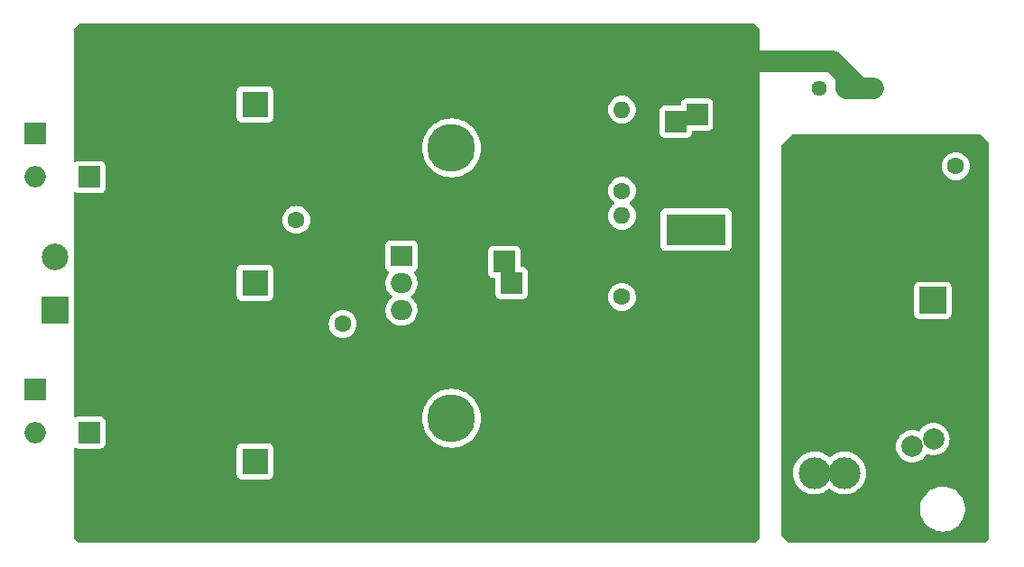
<source format=gbr>
%TF.GenerationSoftware,KiCad,Pcbnew,(6.0.0)*%
%TF.CreationDate,2022-07-31T17:47:01+01:00*%
%TF.ProjectId,M filament Heater,4d206669-6c61-46d6-956e-742048656174,rev?*%
%TF.SameCoordinates,Original*%
%TF.FileFunction,Copper,L2,Bot*%
%TF.FilePolarity,Positive*%
%FSLAX46Y46*%
G04 Gerber Fmt 4.6, Leading zero omitted, Abs format (unit mm)*
G04 Created by KiCad (PCBNEW (6.0.0)) date 2022-07-31 17:47:01*
%MOMM*%
%LPD*%
G01*
G04 APERTURE LIST*
%TA.AperFunction,ComponentPad*%
%ADD10C,1.600000*%
%TD*%
%TA.AperFunction,ComponentPad*%
%ADD11R,2.000000X2.000000*%
%TD*%
%TA.AperFunction,ComponentPad*%
%ADD12C,2.000000*%
%TD*%
%TA.AperFunction,ComponentPad*%
%ADD13R,2.400000X2.400000*%
%TD*%
%TA.AperFunction,ComponentPad*%
%ADD14C,2.400000*%
%TD*%
%TA.AperFunction,ComponentPad*%
%ADD15O,2.000000X2.000000*%
%TD*%
%TA.AperFunction,ComponentPad*%
%ADD16R,2.500000X2.500000*%
%TD*%
%TA.AperFunction,ComponentPad*%
%ADD17C,2.500000*%
%TD*%
%TA.AperFunction,ComponentPad*%
%ADD18O,1.600000X1.600000*%
%TD*%
%TA.AperFunction,ComponentPad*%
%ADD19R,2.000000X1.905000*%
%TD*%
%TA.AperFunction,ComponentPad*%
%ADD20O,2.000000X1.905000*%
%TD*%
%TA.AperFunction,ComponentPad*%
%ADD21C,4.500000*%
%TD*%
%TA.AperFunction,ComponentPad*%
%ADD22C,1.440000*%
%TD*%
%TA.AperFunction,ComponentPad*%
%ADD23R,3.000000X3.000000*%
%TD*%
%TA.AperFunction,ComponentPad*%
%ADD24C,3.000000*%
%TD*%
%TA.AperFunction,Conductor*%
%ADD25C,2.000000*%
%TD*%
G04 APERTURE END LIST*
D10*
%TO.P,C8,1*%
%TO.N,Net-(C7-Pad1)*%
X186279000Y-91519063D03*
%TO.P,C8,2*%
%TO.N,Net-(C7-Pad2)*%
X191279000Y-91519063D03*
%TD*%
D11*
%TO.P,C6,1*%
%TO.N,Net-(C6-Pad1)*%
X164994427Y-87322144D03*
X166994427Y-86650000D03*
D12*
%TO.P,C6,2*%
%TO.N,GND*%
X166994427Y-81650000D03*
X168994427Y-80977856D03*
%TD*%
D13*
%TO.P,C1,1*%
%TO.N,Net-(C1-Pad1)*%
X125511755Y-119224659D03*
D14*
%TO.P,C1,2*%
%TO.N,GND*%
X118011755Y-119224659D03*
%TD*%
D11*
%TO.P,D4,1,K*%
%TO.N,Net-(D2-Pad2)*%
X104869000Y-88460000D03*
D15*
%TO.P,D4,2,A*%
%TO.N,GND*%
X109949000Y-88460000D03*
%TD*%
D16*
%TO.P,J2,1,Pin_1*%
%TO.N,Net-(C7-Pad2)*%
X189104000Y-104119063D03*
D17*
%TO.P,J2,2,Pin_2*%
%TO.N,Net-(C7-Pad1)*%
X189104000Y-99119063D03*
%TD*%
D13*
%TO.P,C2,1*%
%TO.N,Net-(C1-Pad1)*%
X125511755Y-85704186D03*
D14*
%TO.P,C2,2*%
%TO.N,GND*%
X118011755Y-85704186D03*
%TD*%
D11*
%TO.P,D2,1,K*%
%TO.N,Net-(C1-Pad1)*%
X109949000Y-92535000D03*
D15*
%TO.P,D2,2,A*%
%TO.N,Net-(D2-Pad2)*%
X104869000Y-92535000D03*
%TD*%
D10*
%TO.P,R3,1*%
%TO.N,Net-(C6-Pad1)*%
X159949000Y-103780000D03*
D18*
%TO.P,R3,2*%
%TO.N,Net-(C5-Pad1)*%
X159949000Y-96160000D03*
%TD*%
D10*
%TO.P,R2,1*%
%TO.N,Net-(C5-Pad1)*%
X159949000Y-93810000D03*
D18*
%TO.P,R2,2*%
%TO.N,Net-(R2-Pad2)*%
X159949000Y-86190000D03*
%TD*%
D19*
%TO.P,U1,1,ADJ*%
%TO.N,Net-(C5-Pad1)*%
X139259000Y-99950000D03*
D20*
%TO.P,U1,2,VO*%
%TO.N,Net-(C6-Pad1)*%
X139259000Y-102490000D03*
%TO.P,U1,3,VI*%
%TO.N,Net-(C1-Pad1)*%
X139259000Y-105030000D03*
%TD*%
D11*
%TO.P,D3,1,K*%
%TO.N,Net-(D1-Pad2)*%
X104869000Y-112445000D03*
D15*
%TO.P,D3,2,A*%
%TO.N,GND*%
X109949000Y-112445000D03*
%TD*%
D11*
%TO.P,D1,1,K*%
%TO.N,Net-(C1-Pad1)*%
X109949000Y-116520000D03*
D15*
%TO.P,D1,2,A*%
%TO.N,Net-(D1-Pad2)*%
X104869000Y-116520000D03*
%TD*%
D21*
%TO.P,HS1,1*%
%TO.N,N/C*%
X143954000Y-89790000D03*
X143954000Y-115190000D03*
%TD*%
D22*
%TO.P,RV1,1,1*%
%TO.N,Net-(R2-Pad2)*%
X178459000Y-84167323D03*
%TO.P,RV1,2,2*%
%TO.N,GND*%
X180999000Y-84167323D03*
%TO.P,RV1,3,3*%
X183539000Y-84167323D03*
%TD*%
D13*
%TO.P,C3,1*%
%TO.N,Net-(C1-Pad1)*%
X125511755Y-102464422D03*
D14*
%TO.P,C3,2*%
%TO.N,GND*%
X118011755Y-102464422D03*
%TD*%
D23*
%TO.P,FL1,1,1*%
%TO.N,Net-(C6-Pad1)*%
X165596548Y-97467500D03*
X168228998Y-97467500D03*
D24*
%TO.P,FL1,2,2*%
%TO.N,Net-(C7-Pad1)*%
X178011548Y-97467500D03*
X180836548Y-97467500D03*
%TO.P,FL1,3,3*%
%TO.N,GND*%
X165596548Y-120327500D03*
X168228998Y-120327500D03*
%TO.P,FL1,4,4*%
%TO.N,Net-(C7-Pad2)*%
X178011548Y-120327500D03*
X180836548Y-120327500D03*
%TD*%
D11*
%TO.P,C5,1*%
%TO.N,Net-(C5-Pad1)*%
X149576323Y-102490000D03*
X148904179Y-100490000D03*
D12*
%TO.P,C5,2*%
%TO.N,GND*%
X155248467Y-104490000D03*
X154576323Y-102490000D03*
%TD*%
D10*
%TO.P,C4,1*%
%TO.N,Net-(C1-Pad1)*%
X133739000Y-106330000D03*
%TO.P,C4,2*%
%TO.N,GND*%
X133739000Y-101330000D03*
%TD*%
D11*
%TO.P,C7,1*%
%TO.N,Net-(C7-Pad1)*%
X189179000Y-112144063D03*
X191179000Y-111471919D03*
D12*
%TO.P,C7,2*%
%TO.N,Net-(C7-Pad2)*%
X187179000Y-117816207D03*
X189179000Y-117144063D03*
%TD*%
D16*
%TO.P,~  ~,1,Pin_1*%
%TO.N,Net-(D1-Pad2)*%
X106759000Y-104990000D03*
D17*
%TO.P,~  ~,2,Pin_2*%
%TO.N,Net-(D2-Pad2)*%
X106759000Y-99990000D03*
%TD*%
D10*
%TO.P,R1,1*%
%TO.N,Net-(C1-Pad1)*%
X129389000Y-96550000D03*
D18*
%TO.P,R1,2*%
%TO.N,GND*%
X137009000Y-96550000D03*
%TD*%
D25*
%TO.N,GND*%
X180999000Y-84167323D02*
X183539000Y-84167323D01*
X166994427Y-81650000D02*
X179689000Y-81650000D01*
X182206323Y-84167323D02*
X183539000Y-84167323D01*
X180999000Y-82960000D02*
X180999000Y-84167323D01*
X179689000Y-81650000D02*
X182206323Y-84167323D01*
X179689000Y-81650000D02*
X180999000Y-82960000D01*
%TD*%
%TA.AperFunction,Conductor*%
%TO.N,Net-(C7-Pad1)*%
G36*
X193611065Y-88540002D02*
G01*
X193632039Y-88556905D01*
X194350095Y-89274961D01*
X194384121Y-89337273D01*
X194387000Y-89364056D01*
X194387000Y-126429944D01*
X194366998Y-126498065D01*
X194350095Y-126519039D01*
X194019039Y-126850095D01*
X193956727Y-126884121D01*
X193929944Y-126887000D01*
X175585324Y-126887000D01*
X175517203Y-126866998D01*
X175496229Y-126850095D01*
X174957039Y-126310905D01*
X174923013Y-126248593D01*
X174920134Y-126221810D01*
X174920134Y-123840321D01*
X187940450Y-123840321D01*
X187977975Y-124125352D01*
X188053836Y-124402654D01*
X188166630Y-124667094D01*
X188314268Y-124913779D01*
X188494020Y-125138146D01*
X188702558Y-125336041D01*
X188936024Y-125503804D01*
X188939819Y-125505813D01*
X188939820Y-125505814D01*
X188961576Y-125517333D01*
X189190099Y-125638330D01*
X189460080Y-125737129D01*
X189740971Y-125798373D01*
X189769548Y-125800622D01*
X189963989Y-125815925D01*
X189963998Y-125815925D01*
X189966446Y-125816118D01*
X190121978Y-125816118D01*
X190124114Y-125815972D01*
X190124125Y-125815972D01*
X190332255Y-125801783D01*
X190332261Y-125801782D01*
X190336532Y-125801491D01*
X190340727Y-125800622D01*
X190340729Y-125800622D01*
X190477291Y-125772341D01*
X190618049Y-125743192D01*
X190889050Y-125647225D01*
X191144519Y-125515368D01*
X191148020Y-125512907D01*
X191148024Y-125512905D01*
X191262125Y-125432713D01*
X191379730Y-125350059D01*
X191590329Y-125154358D01*
X191772420Y-124931886D01*
X191922634Y-124686760D01*
X192038190Y-124423516D01*
X192116951Y-124147024D01*
X192157458Y-123862402D01*
X192157552Y-123844569D01*
X192158942Y-123579201D01*
X192158942Y-123579194D01*
X192158964Y-123574915D01*
X192121439Y-123289884D01*
X192045578Y-123012582D01*
X191932784Y-122748142D01*
X191785146Y-122501457D01*
X191605394Y-122277090D01*
X191420607Y-122101734D01*
X191399965Y-122082145D01*
X191399962Y-122082143D01*
X191396856Y-122079195D01*
X191163390Y-121911432D01*
X191141550Y-121899868D01*
X191118361Y-121887590D01*
X190909315Y-121776906D01*
X190639334Y-121678107D01*
X190358443Y-121616863D01*
X190327392Y-121614419D01*
X190135425Y-121599311D01*
X190135416Y-121599311D01*
X190132968Y-121599118D01*
X189977436Y-121599118D01*
X189975300Y-121599264D01*
X189975289Y-121599264D01*
X189767159Y-121613453D01*
X189767153Y-121613454D01*
X189762882Y-121613745D01*
X189758687Y-121614614D01*
X189758685Y-121614614D01*
X189622123Y-121642895D01*
X189481365Y-121672044D01*
X189210364Y-121768011D01*
X188954895Y-121899868D01*
X188951394Y-121902329D01*
X188951390Y-121902331D01*
X188941301Y-121909422D01*
X188719684Y-122065177D01*
X188509085Y-122260878D01*
X188326994Y-122483350D01*
X188176780Y-122728476D01*
X188061224Y-122991720D01*
X187982463Y-123268212D01*
X187941956Y-123552834D01*
X187941934Y-123557123D01*
X187941933Y-123557130D01*
X187940472Y-123836035D01*
X187940450Y-123840321D01*
X174920134Y-123840321D01*
X174920134Y-120306418D01*
X175998465Y-120306418D01*
X176014230Y-120579820D01*
X176015055Y-120584025D01*
X176015056Y-120584033D01*
X176025675Y-120638157D01*
X176066953Y-120848553D01*
X176068340Y-120852603D01*
X176068341Y-120852608D01*
X176089153Y-120913395D01*
X176155660Y-121107644D01*
X176278708Y-121352299D01*
X176281134Y-121355828D01*
X176281137Y-121355834D01*
X176431391Y-121574453D01*
X176433822Y-121577990D01*
X176436709Y-121581163D01*
X176436710Y-121581164D01*
X176470024Y-121617776D01*
X176618130Y-121780543D01*
X176828223Y-121956207D01*
X176831864Y-121958491D01*
X177056572Y-122099451D01*
X177056576Y-122099453D01*
X177060212Y-122101734D01*
X177128092Y-122132383D01*
X177305893Y-122212664D01*
X177305897Y-122212666D01*
X177309805Y-122214430D01*
X177313925Y-122215650D01*
X177313924Y-122215650D01*
X177568271Y-122290991D01*
X177568275Y-122290992D01*
X177572384Y-122292209D01*
X177576618Y-122292857D01*
X177576623Y-122292858D01*
X177838846Y-122332983D01*
X177838848Y-122332983D01*
X177843088Y-122333632D01*
X177982460Y-122335822D01*
X178112619Y-122337867D01*
X178112625Y-122337867D01*
X178116910Y-122337934D01*
X178388783Y-122305034D01*
X178653675Y-122235541D01*
X178657635Y-122233901D01*
X178657640Y-122233899D01*
X178780180Y-122183141D01*
X178906684Y-122130741D01*
X179143130Y-121992573D01*
X179246613Y-121911432D01*
X179348519Y-121831528D01*
X179414467Y-121805236D01*
X179484162Y-121818771D01*
X179507087Y-121834019D01*
X179653223Y-121956207D01*
X179656864Y-121958491D01*
X179881572Y-122099451D01*
X179881576Y-122099453D01*
X179885212Y-122101734D01*
X179953092Y-122132383D01*
X180130893Y-122212664D01*
X180130897Y-122212666D01*
X180134805Y-122214430D01*
X180138925Y-122215650D01*
X180138924Y-122215650D01*
X180393271Y-122290991D01*
X180393275Y-122290992D01*
X180397384Y-122292209D01*
X180401618Y-122292857D01*
X180401623Y-122292858D01*
X180663846Y-122332983D01*
X180663848Y-122332983D01*
X180668088Y-122333632D01*
X180807460Y-122335822D01*
X180937619Y-122337867D01*
X180937625Y-122337867D01*
X180941910Y-122337934D01*
X181213783Y-122305034D01*
X181478675Y-122235541D01*
X181482635Y-122233901D01*
X181482640Y-122233899D01*
X181605180Y-122183141D01*
X181731684Y-122130741D01*
X181968130Y-121992573D01*
X182183637Y-121823594D01*
X182201428Y-121805236D01*
X182330499Y-121672044D01*
X182374217Y-121626931D01*
X182376750Y-121623483D01*
X182376754Y-121623478D01*
X182533805Y-121409678D01*
X182536343Y-121406223D01*
X182563702Y-121355834D01*
X182664966Y-121169330D01*
X182664967Y-121169328D01*
X182667016Y-121165554D01*
X182763817Y-120909377D01*
X182824955Y-120642433D01*
X182849299Y-120369661D01*
X182849741Y-120327500D01*
X182831115Y-120054278D01*
X182775580Y-119786112D01*
X182684165Y-119527965D01*
X182558561Y-119284612D01*
X182548588Y-119270421D01*
X182403556Y-119064062D01*
X182401093Y-119060557D01*
X182249590Y-118897520D01*
X182217594Y-118863088D01*
X182217591Y-118863085D01*
X182214673Y-118859945D01*
X182211358Y-118857231D01*
X182211354Y-118857228D01*
X182020980Y-118701409D01*
X182002753Y-118686490D01*
X181780438Y-118550256D01*
X181772914Y-118545645D01*
X181772913Y-118545645D01*
X181769252Y-118543401D01*
X181758429Y-118538650D01*
X181522421Y-118435049D01*
X181522417Y-118435048D01*
X181518493Y-118433325D01*
X181255114Y-118358300D01*
X181250872Y-118357696D01*
X181250866Y-118357695D01*
X181050382Y-118329162D01*
X180983991Y-118319713D01*
X180840137Y-118318960D01*
X180714425Y-118318302D01*
X180714419Y-118318302D01*
X180710139Y-118318280D01*
X180705895Y-118318839D01*
X180705891Y-118318839D01*
X180586850Y-118334511D01*
X180438626Y-118354025D01*
X180434486Y-118355158D01*
X180434484Y-118355158D01*
X180386668Y-118368239D01*
X180174476Y-118426288D01*
X180170528Y-118427972D01*
X179926530Y-118532046D01*
X179926526Y-118532048D01*
X179922578Y-118533732D01*
X179843141Y-118581274D01*
X179691273Y-118672164D01*
X179691269Y-118672167D01*
X179687591Y-118674368D01*
X179643883Y-118709385D01*
X179502088Y-118822984D01*
X179436418Y-118849966D01*
X179366586Y-118837161D01*
X179343504Y-118822156D01*
X179282983Y-118772620D01*
X179181071Y-118689205D01*
X179181064Y-118689200D01*
X179177753Y-118686490D01*
X178955438Y-118550256D01*
X178947914Y-118545645D01*
X178947913Y-118545645D01*
X178944252Y-118543401D01*
X178933429Y-118538650D01*
X178697421Y-118435049D01*
X178697417Y-118435048D01*
X178693493Y-118433325D01*
X178430114Y-118358300D01*
X178425872Y-118357696D01*
X178425866Y-118357695D01*
X178225382Y-118329162D01*
X178158991Y-118319713D01*
X178015137Y-118318960D01*
X177889425Y-118318302D01*
X177889419Y-118318302D01*
X177885139Y-118318280D01*
X177880895Y-118318839D01*
X177880891Y-118318839D01*
X177761850Y-118334511D01*
X177613626Y-118354025D01*
X177609486Y-118355158D01*
X177609484Y-118355158D01*
X177561668Y-118368239D01*
X177349476Y-118426288D01*
X177345528Y-118427972D01*
X177101530Y-118532046D01*
X177101526Y-118532048D01*
X177097578Y-118533732D01*
X177018141Y-118581274D01*
X176866273Y-118672164D01*
X176866269Y-118672167D01*
X176862591Y-118674368D01*
X176648866Y-118845594D01*
X176460356Y-119044242D01*
X176300550Y-119266636D01*
X176172405Y-119508661D01*
X176170933Y-119512684D01*
X176170931Y-119512688D01*
X176163862Y-119532006D01*
X176078291Y-119765837D01*
X176019952Y-120033407D01*
X175998465Y-120306418D01*
X174920134Y-120306418D01*
X174920134Y-117816207D01*
X185665835Y-117816207D01*
X185684465Y-118052918D01*
X185739895Y-118283801D01*
X185741788Y-118288372D01*
X185741789Y-118288374D01*
X185827044Y-118494198D01*
X185830760Y-118503170D01*
X185833346Y-118507390D01*
X185952241Y-118701409D01*
X185952245Y-118701415D01*
X185954824Y-118705623D01*
X186109031Y-118886176D01*
X186289584Y-119040383D01*
X186293792Y-119042962D01*
X186293798Y-119042966D01*
X186328224Y-119064062D01*
X186492037Y-119164447D01*
X186496607Y-119166340D01*
X186496611Y-119166342D01*
X186706833Y-119253418D01*
X186711406Y-119255312D01*
X186758574Y-119266636D01*
X186937476Y-119309587D01*
X186937482Y-119309588D01*
X186942289Y-119310742D01*
X187179000Y-119329372D01*
X187415711Y-119310742D01*
X187420518Y-119309588D01*
X187420524Y-119309587D01*
X187599426Y-119266636D01*
X187646594Y-119255312D01*
X187651167Y-119253418D01*
X187861389Y-119166342D01*
X187861393Y-119166340D01*
X187865963Y-119164447D01*
X188029776Y-119064062D01*
X188064202Y-119042966D01*
X188064208Y-119042962D01*
X188068416Y-119040383D01*
X188248969Y-118886176D01*
X188403176Y-118705623D01*
X188432833Y-118657228D01*
X188469197Y-118597888D01*
X188521845Y-118550256D01*
X188591886Y-118538650D01*
X188624847Y-118547314D01*
X188711406Y-118583168D01*
X188791609Y-118602423D01*
X188937476Y-118637443D01*
X188937482Y-118637444D01*
X188942289Y-118638598D01*
X189179000Y-118657228D01*
X189415711Y-118638598D01*
X189420518Y-118637444D01*
X189420524Y-118637443D01*
X189566391Y-118602423D01*
X189646594Y-118583168D01*
X189651167Y-118581274D01*
X189861389Y-118494198D01*
X189861393Y-118494196D01*
X189865963Y-118492303D01*
X189962206Y-118433325D01*
X190064202Y-118370822D01*
X190064208Y-118370818D01*
X190068416Y-118368239D01*
X190248969Y-118214032D01*
X190403176Y-118033479D01*
X190405755Y-118029271D01*
X190405759Y-118029265D01*
X190524654Y-117835246D01*
X190527240Y-117831026D01*
X190531337Y-117821137D01*
X190616211Y-117616230D01*
X190616212Y-117616228D01*
X190618105Y-117611657D01*
X190673535Y-117380774D01*
X190692165Y-117144063D01*
X190673535Y-116907352D01*
X190618105Y-116676469D01*
X190582060Y-116589448D01*
X190529135Y-116461674D01*
X190529133Y-116461670D01*
X190527240Y-116457100D01*
X190505498Y-116421620D01*
X190405759Y-116258861D01*
X190405755Y-116258855D01*
X190403176Y-116254647D01*
X190248969Y-116074094D01*
X190068416Y-115919887D01*
X190064208Y-115917308D01*
X190064202Y-115917304D01*
X189870183Y-115798409D01*
X189865963Y-115795823D01*
X189861393Y-115793930D01*
X189861389Y-115793928D01*
X189651167Y-115706852D01*
X189651165Y-115706851D01*
X189646594Y-115704958D01*
X189566391Y-115685703D01*
X189420524Y-115650683D01*
X189420518Y-115650682D01*
X189415711Y-115649528D01*
X189179000Y-115630898D01*
X188942289Y-115649528D01*
X188937482Y-115650682D01*
X188937476Y-115650683D01*
X188791609Y-115685703D01*
X188711406Y-115704958D01*
X188706835Y-115706851D01*
X188706833Y-115706852D01*
X188496611Y-115793928D01*
X188496607Y-115793930D01*
X188492037Y-115795823D01*
X188487817Y-115798409D01*
X188293798Y-115917304D01*
X188293792Y-115917308D01*
X188289584Y-115919887D01*
X188109031Y-116074094D01*
X187954824Y-116254647D01*
X187952237Y-116258869D01*
X187888803Y-116362382D01*
X187836155Y-116410014D01*
X187766114Y-116421620D01*
X187733153Y-116412956D01*
X187651167Y-116378996D01*
X187651165Y-116378995D01*
X187646594Y-116377102D01*
X187566391Y-116357847D01*
X187420524Y-116322827D01*
X187420518Y-116322826D01*
X187415711Y-116321672D01*
X187179000Y-116303042D01*
X186942289Y-116321672D01*
X186937482Y-116322826D01*
X186937476Y-116322827D01*
X186791609Y-116357847D01*
X186711406Y-116377102D01*
X186706835Y-116378995D01*
X186706833Y-116378996D01*
X186496611Y-116466072D01*
X186496607Y-116466074D01*
X186492037Y-116467967D01*
X186487817Y-116470553D01*
X186293798Y-116589448D01*
X186293792Y-116589452D01*
X186289584Y-116592031D01*
X186109031Y-116746238D01*
X185954824Y-116926791D01*
X185952245Y-116930999D01*
X185952241Y-116931005D01*
X185833346Y-117125024D01*
X185830760Y-117129244D01*
X185828867Y-117133814D01*
X185828865Y-117133818D01*
X185741789Y-117344040D01*
X185739895Y-117348613D01*
X185684465Y-117579496D01*
X185665835Y-117816207D01*
X174920134Y-117816207D01*
X174920134Y-105417197D01*
X187345500Y-105417197D01*
X187352255Y-105479379D01*
X187403385Y-105615768D01*
X187490739Y-105732324D01*
X187607295Y-105819678D01*
X187743684Y-105870808D01*
X187805866Y-105877563D01*
X190402134Y-105877563D01*
X190464316Y-105870808D01*
X190600705Y-105819678D01*
X190717261Y-105732324D01*
X190804615Y-105615768D01*
X190855745Y-105479379D01*
X190862500Y-105417197D01*
X190862500Y-102820929D01*
X190855745Y-102758747D01*
X190804615Y-102622358D01*
X190717261Y-102505802D01*
X190600705Y-102418448D01*
X190464316Y-102367318D01*
X190402134Y-102360563D01*
X187805866Y-102360563D01*
X187743684Y-102367318D01*
X187607295Y-102418448D01*
X187490739Y-102505802D01*
X187403385Y-102622358D01*
X187352255Y-102758747D01*
X187345500Y-102820929D01*
X187345500Y-105417197D01*
X174920134Y-105417197D01*
X174920134Y-91519063D01*
X189965502Y-91519063D01*
X189985457Y-91747150D01*
X190044716Y-91968306D01*
X190047039Y-91973287D01*
X190047039Y-91973288D01*
X190139151Y-92170825D01*
X190139154Y-92170830D01*
X190141477Y-92175812D01*
X190272802Y-92363363D01*
X190434700Y-92525261D01*
X190439208Y-92528418D01*
X190439211Y-92528420D01*
X190517389Y-92583161D01*
X190622251Y-92656586D01*
X190627233Y-92658909D01*
X190627238Y-92658912D01*
X190824775Y-92751024D01*
X190829757Y-92753347D01*
X190835065Y-92754769D01*
X190835067Y-92754770D01*
X191045598Y-92811182D01*
X191045600Y-92811182D01*
X191050913Y-92812606D01*
X191279000Y-92832561D01*
X191507087Y-92812606D01*
X191512400Y-92811182D01*
X191512402Y-92811182D01*
X191722933Y-92754770D01*
X191722935Y-92754769D01*
X191728243Y-92753347D01*
X191733225Y-92751024D01*
X191930762Y-92658912D01*
X191930767Y-92658909D01*
X191935749Y-92656586D01*
X192040611Y-92583161D01*
X192118789Y-92528420D01*
X192118792Y-92528418D01*
X192123300Y-92525261D01*
X192285198Y-92363363D01*
X192416523Y-92175812D01*
X192418846Y-92170830D01*
X192418849Y-92170825D01*
X192510961Y-91973288D01*
X192510961Y-91973287D01*
X192513284Y-91968306D01*
X192572543Y-91747150D01*
X192592498Y-91519063D01*
X192572543Y-91290976D01*
X192513284Y-91069820D01*
X192510961Y-91064838D01*
X192418849Y-90867301D01*
X192418846Y-90867296D01*
X192416523Y-90862314D01*
X192285198Y-90674763D01*
X192123300Y-90512865D01*
X192118792Y-90509708D01*
X192118789Y-90509706D01*
X192040611Y-90454965D01*
X191935749Y-90381540D01*
X191930767Y-90379217D01*
X191930762Y-90379214D01*
X191733225Y-90287102D01*
X191733224Y-90287102D01*
X191728243Y-90284779D01*
X191722935Y-90283357D01*
X191722933Y-90283356D01*
X191512402Y-90226944D01*
X191512400Y-90226944D01*
X191507087Y-90225520D01*
X191279000Y-90205565D01*
X191050913Y-90225520D01*
X191045600Y-90226944D01*
X191045598Y-90226944D01*
X190835067Y-90283356D01*
X190835065Y-90283357D01*
X190829757Y-90284779D01*
X190824776Y-90287102D01*
X190824775Y-90287102D01*
X190627238Y-90379214D01*
X190627233Y-90379217D01*
X190622251Y-90381540D01*
X190517389Y-90454965D01*
X190439211Y-90509706D01*
X190439208Y-90509708D01*
X190434700Y-90512865D01*
X190272802Y-90674763D01*
X190141477Y-90862314D01*
X190139154Y-90867296D01*
X190139151Y-90867301D01*
X190047039Y-91064838D01*
X190044716Y-91069820D01*
X189985457Y-91290976D01*
X189965502Y-91519063D01*
X174920134Y-91519063D01*
X174920134Y-89572190D01*
X174940136Y-89504069D01*
X174957039Y-89483095D01*
X175883229Y-88556905D01*
X175945541Y-88522879D01*
X175972324Y-88520000D01*
X193542944Y-88520000D01*
X193611065Y-88540002D01*
G37*
%TD.AperFunction*%
%TD*%
%TA.AperFunction,Conductor*%
%TO.N,GND*%
G36*
X172417931Y-78148002D02*
G01*
X172438905Y-78164905D01*
X172857095Y-78583095D01*
X172891121Y-78645407D01*
X172894000Y-78672190D01*
X172894000Y-126342810D01*
X172873998Y-126410931D01*
X172857095Y-126431905D01*
X172438905Y-126850095D01*
X172376593Y-126884121D01*
X172349810Y-126887000D01*
X109028190Y-126887000D01*
X108960069Y-126866998D01*
X108939095Y-126850095D01*
X108520905Y-126431905D01*
X108486879Y-126369593D01*
X108484000Y-126342810D01*
X108484000Y-120472793D01*
X123803255Y-120472793D01*
X123810010Y-120534975D01*
X123861140Y-120671364D01*
X123948494Y-120787920D01*
X124065050Y-120875274D01*
X124201439Y-120926404D01*
X124263621Y-120933159D01*
X126759889Y-120933159D01*
X126822071Y-120926404D01*
X126958460Y-120875274D01*
X127075016Y-120787920D01*
X127162370Y-120671364D01*
X127213500Y-120534975D01*
X127220255Y-120472793D01*
X127220255Y-117976525D01*
X127213500Y-117914343D01*
X127162370Y-117777954D01*
X127075016Y-117661398D01*
X126958460Y-117574044D01*
X126822071Y-117522914D01*
X126759889Y-117516159D01*
X124263621Y-117516159D01*
X124201439Y-117522914D01*
X124065050Y-117574044D01*
X123948494Y-117661398D01*
X123861140Y-117777954D01*
X123810010Y-117914343D01*
X123803255Y-117976525D01*
X123803255Y-120472793D01*
X108484000Y-120472793D01*
X108484000Y-118058903D01*
X108504002Y-117990782D01*
X108557658Y-117944289D01*
X108627932Y-117934185D01*
X108685563Y-117958076D01*
X108695105Y-117965227D01*
X108695108Y-117965229D01*
X108702295Y-117970615D01*
X108838684Y-118021745D01*
X108900866Y-118028500D01*
X110997134Y-118028500D01*
X111059316Y-118021745D01*
X111195705Y-117970615D01*
X111312261Y-117883261D01*
X111399615Y-117766705D01*
X111450745Y-117630316D01*
X111457500Y-117568134D01*
X111457500Y-115471866D01*
X111450745Y-115409684D01*
X111399615Y-115273295D01*
X111315500Y-115161061D01*
X141190610Y-115161061D01*
X141207147Y-115493255D01*
X141207788Y-115496986D01*
X141207789Y-115496994D01*
X141222586Y-115583103D01*
X141263474Y-115821057D01*
X141358774Y-116139718D01*
X141360287Y-116143189D01*
X141360289Y-116143195D01*
X141451458Y-116352370D01*
X141491666Y-116444622D01*
X141660226Y-116731352D01*
X141662527Y-116734367D01*
X141859712Y-116992742D01*
X141859717Y-116992748D01*
X141862012Y-116995755D01*
X142094102Y-117234002D01*
X142353132Y-117442640D01*
X142635352Y-117618648D01*
X142936672Y-117759476D01*
X143252729Y-117863085D01*
X143578944Y-117927973D01*
X143582716Y-117928260D01*
X143582724Y-117928261D01*
X143906815Y-117952914D01*
X143906820Y-117952914D01*
X143910592Y-117953201D01*
X144242869Y-117938403D01*
X144268211Y-117934185D01*
X144567220Y-117884417D01*
X144567225Y-117884416D01*
X144570961Y-117883794D01*
X144890116Y-117790164D01*
X144893583Y-117788674D01*
X144893587Y-117788673D01*
X145192228Y-117660366D01*
X145192230Y-117660365D01*
X145195712Y-117658869D01*
X145483321Y-117491813D01*
X145486343Y-117489532D01*
X145486347Y-117489529D01*
X145745753Y-117293697D01*
X145745754Y-117293696D01*
X145748777Y-117291414D01*
X145988235Y-117060575D01*
X146198227Y-116802641D01*
X146375710Y-116521347D01*
X146518114Y-116220767D01*
X146623377Y-115905257D01*
X146689972Y-115579386D01*
X146716936Y-115247875D01*
X146717542Y-115190000D01*
X146715970Y-115163919D01*
X146697755Y-114861772D01*
X146697754Y-114861765D01*
X146697527Y-114857997D01*
X146637770Y-114530803D01*
X146539139Y-114213157D01*
X146403061Y-113909662D01*
X146318108Y-113768555D01*
X146233466Y-113627966D01*
X146233462Y-113627960D01*
X146231507Y-113624713D01*
X146229180Y-113621729D01*
X146229175Y-113621722D01*
X146029294Y-113365425D01*
X146029288Y-113365418D01*
X146026963Y-113362437D01*
X145792392Y-113126634D01*
X145531191Y-112920720D01*
X145247144Y-112747677D01*
X145126046Y-112692617D01*
X144947817Y-112611580D01*
X144947809Y-112611577D01*
X144944365Y-112610011D01*
X144627240Y-112509718D01*
X144404896Y-112467906D01*
X144304087Y-112448949D01*
X144304085Y-112448949D01*
X144300364Y-112448249D01*
X143968470Y-112426496D01*
X143964690Y-112426704D01*
X143964689Y-112426704D01*
X143866918Y-112432085D01*
X143636366Y-112444773D01*
X143632639Y-112445434D01*
X143632635Y-112445434D01*
X143373510Y-112491358D01*
X143308864Y-112502815D01*
X143305239Y-112503920D01*
X143305234Y-112503921D01*
X143097683Y-112567178D01*
X142990707Y-112599782D01*
X142987243Y-112601313D01*
X142987236Y-112601316D01*
X142800051Y-112684070D01*
X142686503Y-112734269D01*
X142683249Y-112736205D01*
X142683243Y-112736208D01*
X142403918Y-112902389D01*
X142400659Y-112904328D01*
X142137316Y-113107496D01*
X141900288Y-113340829D01*
X141693009Y-113600949D01*
X141518481Y-113884086D01*
X141379232Y-114186140D01*
X141378073Y-114189740D01*
X141378070Y-114189747D01*
X141369368Y-114216771D01*
X141277280Y-114502735D01*
X141214100Y-114829285D01*
X141213833Y-114833061D01*
X141213832Y-114833066D01*
X141194454Y-115106771D01*
X141190610Y-115161061D01*
X111315500Y-115161061D01*
X111312261Y-115156739D01*
X111195705Y-115069385D01*
X111059316Y-115018255D01*
X110997134Y-115011500D01*
X108900866Y-115011500D01*
X108838684Y-115018255D01*
X108702295Y-115069385D01*
X108695108Y-115074771D01*
X108695105Y-115074773D01*
X108685563Y-115081924D01*
X108619056Y-115106771D01*
X108549674Y-115091717D01*
X108499445Y-115041542D01*
X108484000Y-114981097D01*
X108484000Y-106444500D01*
X108492018Y-106400270D01*
X108507971Y-106357715D01*
X108510745Y-106350316D01*
X108512952Y-106330000D01*
X132425502Y-106330000D01*
X132445457Y-106558087D01*
X132504716Y-106779243D01*
X132507039Y-106784224D01*
X132507039Y-106784225D01*
X132599151Y-106981762D01*
X132599154Y-106981767D01*
X132601477Y-106986749D01*
X132732802Y-107174300D01*
X132894700Y-107336198D01*
X132899208Y-107339355D01*
X132899211Y-107339357D01*
X132977389Y-107394098D01*
X133082251Y-107467523D01*
X133087233Y-107469846D01*
X133087238Y-107469849D01*
X133284775Y-107561961D01*
X133289757Y-107564284D01*
X133295065Y-107565706D01*
X133295067Y-107565707D01*
X133505598Y-107622119D01*
X133505600Y-107622119D01*
X133510913Y-107623543D01*
X133739000Y-107643498D01*
X133967087Y-107623543D01*
X133972400Y-107622119D01*
X133972402Y-107622119D01*
X134182933Y-107565707D01*
X134182935Y-107565706D01*
X134188243Y-107564284D01*
X134193225Y-107561961D01*
X134390762Y-107469849D01*
X134390767Y-107469846D01*
X134395749Y-107467523D01*
X134500611Y-107394098D01*
X134578789Y-107339357D01*
X134578792Y-107339355D01*
X134583300Y-107336198D01*
X134745198Y-107174300D01*
X134876523Y-106986749D01*
X134878846Y-106981767D01*
X134878849Y-106981762D01*
X134970961Y-106784225D01*
X134970961Y-106784224D01*
X134973284Y-106779243D01*
X135032543Y-106558087D01*
X135052498Y-106330000D01*
X135032543Y-106101913D01*
X135013224Y-106029814D01*
X134974707Y-105886067D01*
X134974706Y-105886065D01*
X134973284Y-105880757D01*
X134942781Y-105815342D01*
X134878849Y-105678238D01*
X134878846Y-105678233D01*
X134876523Y-105673251D01*
X134745198Y-105485700D01*
X134583300Y-105323802D01*
X134578792Y-105320645D01*
X134578789Y-105320643D01*
X134500611Y-105265902D01*
X134395749Y-105192477D01*
X134390767Y-105190154D01*
X134390762Y-105190151D01*
X134266619Y-105132263D01*
X137749064Y-105132263D01*
X137785404Y-105369744D01*
X137822030Y-105481803D01*
X137858434Y-105593183D01*
X137858437Y-105593189D01*
X137860042Y-105598101D01*
X137970975Y-105811200D01*
X138115223Y-106003320D01*
X138288912Y-106169301D01*
X138293184Y-106172215D01*
X138468094Y-106291531D01*
X138487378Y-106304686D01*
X138492061Y-106306860D01*
X138492065Y-106306862D01*
X138700595Y-106403658D01*
X138700599Y-106403659D01*
X138705290Y-106405837D01*
X138936798Y-106470040D01*
X138941935Y-106470589D01*
X139129593Y-106490644D01*
X139129601Y-106490644D01*
X139132928Y-106491000D01*
X139367402Y-106491000D01*
X139369975Y-106490788D01*
X139369986Y-106490788D01*
X139470946Y-106482487D01*
X139545937Y-106476322D01*
X139778944Y-106417794D01*
X139917117Y-106357715D01*
X139994526Y-106324057D01*
X139994529Y-106324055D01*
X139999263Y-106321997D01*
X140200977Y-106191502D01*
X140378670Y-106029814D01*
X140439347Y-105952983D01*
X140524367Y-105845330D01*
X140524370Y-105845325D01*
X140527568Y-105841276D01*
X140541885Y-105815342D01*
X140641177Y-105635474D01*
X140641179Y-105635470D01*
X140643674Y-105630950D01*
X140723870Y-105404485D01*
X140729183Y-105374659D01*
X140765095Y-105173052D01*
X140765096Y-105173046D01*
X140766001Y-105167963D01*
X140767846Y-105016981D01*
X140768873Y-104932907D01*
X140768873Y-104932905D01*
X140768936Y-104927737D01*
X140732596Y-104690256D01*
X140695906Y-104578003D01*
X140659566Y-104466817D01*
X140659563Y-104466811D01*
X140657958Y-104461899D01*
X140647213Y-104441257D01*
X140549416Y-104253393D01*
X140547025Y-104248800D01*
X140482900Y-104163393D01*
X140405882Y-104060815D01*
X140405880Y-104060812D01*
X140402777Y-104056680D01*
X140329433Y-103986591D01*
X140232825Y-103894270D01*
X140232824Y-103894269D01*
X140229088Y-103890699D01*
X140192097Y-103865465D01*
X140147096Y-103810556D01*
X140138925Y-103740032D01*
X140170179Y-103676284D01*
X140194660Y-103655589D01*
X140196635Y-103654311D01*
X140200977Y-103651502D01*
X140378670Y-103489814D01*
X140500092Y-103336067D01*
X140524367Y-103305330D01*
X140524370Y-103305325D01*
X140527568Y-103301276D01*
X140534133Y-103289385D01*
X140641177Y-103095474D01*
X140641179Y-103095470D01*
X140643674Y-103090950D01*
X140698652Y-102935700D01*
X140722144Y-102869360D01*
X140722145Y-102869356D01*
X140723870Y-102864485D01*
X140729183Y-102834659D01*
X140765095Y-102633052D01*
X140765096Y-102633046D01*
X140766001Y-102627963D01*
X140767068Y-102540600D01*
X140768873Y-102392907D01*
X140768873Y-102392905D01*
X140768936Y-102387737D01*
X140732596Y-102150256D01*
X140695906Y-102038003D01*
X140659566Y-101926817D01*
X140659563Y-101926811D01*
X140657958Y-101921899D01*
X140625029Y-101858642D01*
X140549416Y-101713393D01*
X140547025Y-101708800D01*
X140430585Y-101553717D01*
X140424747Y-101538134D01*
X147395679Y-101538134D01*
X147402434Y-101600316D01*
X147453564Y-101736705D01*
X147540918Y-101853261D01*
X147657474Y-101940615D01*
X147793863Y-101991745D01*
X147856045Y-101998500D01*
X147941823Y-101998500D01*
X148009944Y-102018502D01*
X148056437Y-102072158D01*
X148067823Y-102124500D01*
X148067823Y-103538134D01*
X148074578Y-103600316D01*
X148125708Y-103736705D01*
X148213062Y-103853261D01*
X148329618Y-103940615D01*
X148466007Y-103991745D01*
X148528189Y-103998500D01*
X150624457Y-103998500D01*
X150686639Y-103991745D01*
X150823028Y-103940615D01*
X150939584Y-103853261D01*
X150994490Y-103780000D01*
X158635502Y-103780000D01*
X158655457Y-104008087D01*
X158656881Y-104013400D01*
X158656881Y-104013402D01*
X158669586Y-104060815D01*
X158714716Y-104229243D01*
X158717039Y-104234224D01*
X158717039Y-104234225D01*
X158809151Y-104431762D01*
X158809154Y-104431767D01*
X158811477Y-104436749D01*
X158942802Y-104624300D01*
X159104700Y-104786198D01*
X159109208Y-104789355D01*
X159109211Y-104789357D01*
X159187389Y-104844098D01*
X159292251Y-104917523D01*
X159297233Y-104919846D01*
X159297238Y-104919849D01*
X159494775Y-105011961D01*
X159499757Y-105014284D01*
X159505065Y-105015706D01*
X159505067Y-105015707D01*
X159715598Y-105072119D01*
X159715600Y-105072119D01*
X159720913Y-105073543D01*
X159949000Y-105093498D01*
X160177087Y-105073543D01*
X160182400Y-105072119D01*
X160182402Y-105072119D01*
X160392933Y-105015707D01*
X160392935Y-105015706D01*
X160398243Y-105014284D01*
X160403225Y-105011961D01*
X160600762Y-104919849D01*
X160600767Y-104919846D01*
X160605749Y-104917523D01*
X160710611Y-104844098D01*
X160788789Y-104789357D01*
X160788792Y-104789355D01*
X160793300Y-104786198D01*
X160955198Y-104624300D01*
X161086523Y-104436749D01*
X161088846Y-104431767D01*
X161088849Y-104431762D01*
X161180961Y-104234225D01*
X161180961Y-104234224D01*
X161183284Y-104229243D01*
X161228415Y-104060815D01*
X161241119Y-104013402D01*
X161241119Y-104013400D01*
X161242543Y-104008087D01*
X161262498Y-103780000D01*
X161242543Y-103551913D01*
X161219762Y-103466892D01*
X161184707Y-103336067D01*
X161184706Y-103336065D01*
X161183284Y-103330757D01*
X161157444Y-103275342D01*
X161088849Y-103128238D01*
X161088846Y-103128233D01*
X161086523Y-103123251D01*
X160955198Y-102935700D01*
X160793300Y-102773802D01*
X160788792Y-102770645D01*
X160788789Y-102770643D01*
X160710611Y-102715902D01*
X160605749Y-102642477D01*
X160600767Y-102640154D01*
X160600762Y-102640151D01*
X160403225Y-102548039D01*
X160403224Y-102548039D01*
X160398243Y-102545716D01*
X160392935Y-102544294D01*
X160392933Y-102544293D01*
X160182402Y-102487881D01*
X160182400Y-102487881D01*
X160177087Y-102486457D01*
X159949000Y-102466502D01*
X159720913Y-102486457D01*
X159715600Y-102487881D01*
X159715598Y-102487881D01*
X159505067Y-102544293D01*
X159505065Y-102544294D01*
X159499757Y-102545716D01*
X159494776Y-102548039D01*
X159494775Y-102548039D01*
X159297238Y-102640151D01*
X159297233Y-102640154D01*
X159292251Y-102642477D01*
X159187389Y-102715902D01*
X159109211Y-102770643D01*
X159109208Y-102770645D01*
X159104700Y-102773802D01*
X158942802Y-102935700D01*
X158811477Y-103123251D01*
X158809154Y-103128233D01*
X158809151Y-103128238D01*
X158740556Y-103275342D01*
X158714716Y-103330757D01*
X158713294Y-103336065D01*
X158713293Y-103336067D01*
X158678238Y-103466892D01*
X158655457Y-103551913D01*
X158635502Y-103780000D01*
X150994490Y-103780000D01*
X151026938Y-103736705D01*
X151078068Y-103600316D01*
X151084823Y-103538134D01*
X151084823Y-101441866D01*
X151078068Y-101379684D01*
X151026938Y-101243295D01*
X150939584Y-101126739D01*
X150823028Y-101039385D01*
X150686639Y-100988255D01*
X150624457Y-100981500D01*
X150538679Y-100981500D01*
X150470558Y-100961498D01*
X150424065Y-100907842D01*
X150412679Y-100855500D01*
X150412679Y-99441866D01*
X150405924Y-99379684D01*
X150354794Y-99243295D01*
X150267440Y-99126739D01*
X150150884Y-99039385D01*
X150087528Y-99015634D01*
X163588048Y-99015634D01*
X163594803Y-99077816D01*
X163645933Y-99214205D01*
X163733287Y-99330761D01*
X163849843Y-99418115D01*
X163986232Y-99469245D01*
X164048414Y-99476000D01*
X169777132Y-99476000D01*
X169839314Y-99469245D01*
X169975703Y-99418115D01*
X170092259Y-99330761D01*
X170179613Y-99214205D01*
X170230743Y-99077816D01*
X170237498Y-99015634D01*
X170237498Y-95919366D01*
X170230743Y-95857184D01*
X170179613Y-95720795D01*
X170092259Y-95604239D01*
X169975703Y-95516885D01*
X169839314Y-95465755D01*
X169777132Y-95459000D01*
X164048414Y-95459000D01*
X163986232Y-95465755D01*
X163849843Y-95516885D01*
X163733287Y-95604239D01*
X163645933Y-95720795D01*
X163594803Y-95857184D01*
X163588048Y-95919366D01*
X163588048Y-99015634D01*
X150087528Y-99015634D01*
X150014495Y-98988255D01*
X149952313Y-98981500D01*
X147856045Y-98981500D01*
X147793863Y-98988255D01*
X147657474Y-99039385D01*
X147540918Y-99126739D01*
X147453564Y-99243295D01*
X147402434Y-99379684D01*
X147395679Y-99441866D01*
X147395679Y-101538134D01*
X140424747Y-101538134D01*
X140405680Y-101487235D01*
X140420672Y-101417839D01*
X140470802Y-101367565D01*
X140487115Y-101360085D01*
X140497293Y-101356269D01*
X140497296Y-101356267D01*
X140505705Y-101353115D01*
X140622261Y-101265761D01*
X140709615Y-101149205D01*
X140760745Y-101012816D01*
X140767500Y-100950634D01*
X140767500Y-98949366D01*
X140760745Y-98887184D01*
X140709615Y-98750795D01*
X140622261Y-98634239D01*
X140505705Y-98546885D01*
X140369316Y-98495755D01*
X140307134Y-98489000D01*
X138210866Y-98489000D01*
X138148684Y-98495755D01*
X138012295Y-98546885D01*
X137895739Y-98634239D01*
X137808385Y-98750795D01*
X137757255Y-98887184D01*
X137750500Y-98949366D01*
X137750500Y-100950634D01*
X137757255Y-101012816D01*
X137808385Y-101149205D01*
X137895739Y-101265761D01*
X138012295Y-101353115D01*
X138032189Y-101360573D01*
X138088953Y-101403213D01*
X138113654Y-101469774D01*
X138098447Y-101539123D01*
X138086842Y-101556647D01*
X137993633Y-101674670D01*
X137993630Y-101674675D01*
X137990432Y-101678724D01*
X137987939Y-101683240D01*
X137987937Y-101683243D01*
X137891112Y-101858642D01*
X137874326Y-101889050D01*
X137872602Y-101893919D01*
X137872600Y-101893923D01*
X137795856Y-102110640D01*
X137794130Y-102115515D01*
X137793223Y-102120608D01*
X137793222Y-102120611D01*
X137787942Y-102150256D01*
X137751999Y-102352037D01*
X137751936Y-102357201D01*
X137750601Y-102466502D01*
X137749064Y-102592263D01*
X137785404Y-102829744D01*
X137821510Y-102940211D01*
X137858434Y-103053183D01*
X137858437Y-103053189D01*
X137860042Y-103058101D01*
X137970975Y-103271200D01*
X138115223Y-103463320D01*
X138118961Y-103466892D01*
X138266324Y-103607715D01*
X138288912Y-103629301D01*
X138325903Y-103654535D01*
X138370904Y-103709444D01*
X138379075Y-103779968D01*
X138347821Y-103843716D01*
X138323340Y-103864411D01*
X138321707Y-103865468D01*
X138317023Y-103868498D01*
X138139330Y-104030186D01*
X138115141Y-104060815D01*
X137993633Y-104214670D01*
X137993630Y-104214675D01*
X137990432Y-104218724D01*
X137987939Y-104223240D01*
X137987937Y-104223243D01*
X137876823Y-104424526D01*
X137874326Y-104429050D01*
X137872602Y-104433919D01*
X137872600Y-104433923D01*
X137870003Y-104441257D01*
X137794130Y-104655515D01*
X137793223Y-104660608D01*
X137793222Y-104660611D01*
X137770852Y-104786198D01*
X137751999Y-104892037D01*
X137751936Y-104897201D01*
X137749511Y-105095716D01*
X137749064Y-105132263D01*
X134266619Y-105132263D01*
X134193225Y-105098039D01*
X134193224Y-105098039D01*
X134188243Y-105095716D01*
X134182935Y-105094294D01*
X134182933Y-105094293D01*
X133972402Y-105037881D01*
X133972400Y-105037881D01*
X133967087Y-105036457D01*
X133739000Y-105016502D01*
X133510913Y-105036457D01*
X133505600Y-105037881D01*
X133505598Y-105037881D01*
X133295067Y-105094293D01*
X133295065Y-105094294D01*
X133289757Y-105095716D01*
X133284776Y-105098039D01*
X133284775Y-105098039D01*
X133087238Y-105190151D01*
X133087233Y-105190154D01*
X133082251Y-105192477D01*
X132977389Y-105265902D01*
X132899211Y-105320643D01*
X132899208Y-105320645D01*
X132894700Y-105323802D01*
X132732802Y-105485700D01*
X132601477Y-105673251D01*
X132599154Y-105678233D01*
X132599151Y-105678238D01*
X132535219Y-105815342D01*
X132504716Y-105880757D01*
X132503294Y-105886065D01*
X132503293Y-105886067D01*
X132464776Y-106029814D01*
X132445457Y-106101913D01*
X132425502Y-106330000D01*
X108512952Y-106330000D01*
X108517500Y-106288134D01*
X108517500Y-103712556D01*
X123803255Y-103712556D01*
X123810010Y-103774738D01*
X123861140Y-103911127D01*
X123948494Y-104027683D01*
X124065050Y-104115037D01*
X124201439Y-104166167D01*
X124263621Y-104172922D01*
X126759889Y-104172922D01*
X126822071Y-104166167D01*
X126958460Y-104115037D01*
X127075016Y-104027683D01*
X127162370Y-103911127D01*
X127213500Y-103774738D01*
X127220255Y-103712556D01*
X127220255Y-101216288D01*
X127213500Y-101154106D01*
X127162370Y-101017717D01*
X127075016Y-100901161D01*
X126958460Y-100813807D01*
X126822071Y-100762677D01*
X126759889Y-100755922D01*
X124263621Y-100755922D01*
X124201439Y-100762677D01*
X124065050Y-100813807D01*
X123948494Y-100901161D01*
X123861140Y-101017717D01*
X123810010Y-101154106D01*
X123803255Y-101216288D01*
X123803255Y-103712556D01*
X108517500Y-103712556D01*
X108517500Y-103691866D01*
X108510745Y-103629684D01*
X108492018Y-103579730D01*
X108484000Y-103535500D01*
X108484000Y-100367415D01*
X108486365Y-100343930D01*
X108487030Y-100341572D01*
X108490177Y-100316837D01*
X108519616Y-100085421D01*
X108519616Y-100085417D01*
X108520014Y-100082291D01*
X108522431Y-99990000D01*
X108503061Y-99729348D01*
X108487107Y-99658842D01*
X108484000Y-99631034D01*
X108484000Y-96550000D01*
X128075502Y-96550000D01*
X128095457Y-96778087D01*
X128096881Y-96783400D01*
X128096881Y-96783402D01*
X128105817Y-96816749D01*
X128154716Y-96999243D01*
X128157039Y-97004224D01*
X128157039Y-97004225D01*
X128249151Y-97201762D01*
X128249154Y-97201767D01*
X128251477Y-97206749D01*
X128382802Y-97394300D01*
X128544700Y-97556198D01*
X128549208Y-97559355D01*
X128549211Y-97559357D01*
X128627389Y-97614098D01*
X128732251Y-97687523D01*
X128737233Y-97689846D01*
X128737238Y-97689849D01*
X128934775Y-97781961D01*
X128939757Y-97784284D01*
X128945065Y-97785706D01*
X128945067Y-97785707D01*
X129155598Y-97842119D01*
X129155600Y-97842119D01*
X129160913Y-97843543D01*
X129389000Y-97863498D01*
X129617087Y-97843543D01*
X129622400Y-97842119D01*
X129622402Y-97842119D01*
X129832933Y-97785707D01*
X129832935Y-97785706D01*
X129838243Y-97784284D01*
X129843225Y-97781961D01*
X130040762Y-97689849D01*
X130040767Y-97689846D01*
X130045749Y-97687523D01*
X130150611Y-97614098D01*
X130228789Y-97559357D01*
X130228792Y-97559355D01*
X130233300Y-97556198D01*
X130395198Y-97394300D01*
X130526523Y-97206749D01*
X130528846Y-97201767D01*
X130528849Y-97201762D01*
X130620961Y-97004225D01*
X130620961Y-97004224D01*
X130623284Y-96999243D01*
X130672184Y-96816749D01*
X130681119Y-96783402D01*
X130681119Y-96783400D01*
X130682543Y-96778087D01*
X130702498Y-96550000D01*
X130682543Y-96321913D01*
X130639158Y-96160000D01*
X158635502Y-96160000D01*
X158655457Y-96388087D01*
X158714716Y-96609243D01*
X158717039Y-96614224D01*
X158717039Y-96614225D01*
X158809151Y-96811762D01*
X158809154Y-96811767D01*
X158811477Y-96816749D01*
X158942802Y-97004300D01*
X159104700Y-97166198D01*
X159109208Y-97169355D01*
X159109211Y-97169357D01*
X159162613Y-97206749D01*
X159292251Y-97297523D01*
X159297233Y-97299846D01*
X159297238Y-97299849D01*
X159490117Y-97389789D01*
X159499757Y-97394284D01*
X159505065Y-97395706D01*
X159505067Y-97395707D01*
X159715598Y-97452119D01*
X159715600Y-97452119D01*
X159720913Y-97453543D01*
X159949000Y-97473498D01*
X160177087Y-97453543D01*
X160182400Y-97452119D01*
X160182402Y-97452119D01*
X160392933Y-97395707D01*
X160392935Y-97395706D01*
X160398243Y-97394284D01*
X160407883Y-97389789D01*
X160600762Y-97299849D01*
X160600767Y-97299846D01*
X160605749Y-97297523D01*
X160735387Y-97206749D01*
X160788789Y-97169357D01*
X160788792Y-97169355D01*
X160793300Y-97166198D01*
X160955198Y-97004300D01*
X161086523Y-96816749D01*
X161088846Y-96811767D01*
X161088849Y-96811762D01*
X161180961Y-96614225D01*
X161180961Y-96614224D01*
X161183284Y-96609243D01*
X161242543Y-96388087D01*
X161262498Y-96160000D01*
X161242543Y-95931913D01*
X161233520Y-95898238D01*
X161184707Y-95716067D01*
X161184706Y-95716065D01*
X161183284Y-95710757D01*
X161179109Y-95701803D01*
X161088849Y-95508238D01*
X161088846Y-95508233D01*
X161086523Y-95503251D01*
X160955198Y-95315700D01*
X160793300Y-95153802D01*
X160788792Y-95150645D01*
X160788789Y-95150643D01*
X160699629Y-95088213D01*
X160655301Y-95032756D01*
X160647992Y-94962137D01*
X160680023Y-94898776D01*
X160699629Y-94881787D01*
X160788789Y-94819357D01*
X160788792Y-94819355D01*
X160793300Y-94816198D01*
X160955198Y-94654300D01*
X161086523Y-94466749D01*
X161088846Y-94461767D01*
X161088849Y-94461762D01*
X161180961Y-94264225D01*
X161180961Y-94264224D01*
X161183284Y-94259243D01*
X161242543Y-94038087D01*
X161262498Y-93810000D01*
X161242543Y-93581913D01*
X161183284Y-93360757D01*
X161180961Y-93355775D01*
X161088849Y-93158238D01*
X161088846Y-93158233D01*
X161086523Y-93153251D01*
X160955198Y-92965700D01*
X160793300Y-92803802D01*
X160788792Y-92800645D01*
X160788789Y-92800643D01*
X160710611Y-92745902D01*
X160605749Y-92672477D01*
X160600767Y-92670154D01*
X160600762Y-92670151D01*
X160403225Y-92578039D01*
X160403224Y-92578039D01*
X160398243Y-92575716D01*
X160392935Y-92574294D01*
X160392933Y-92574293D01*
X160182402Y-92517881D01*
X160182400Y-92517881D01*
X160177087Y-92516457D01*
X159949000Y-92496502D01*
X159720913Y-92516457D01*
X159715600Y-92517881D01*
X159715598Y-92517881D01*
X159505067Y-92574293D01*
X159505065Y-92574294D01*
X159499757Y-92575716D01*
X159494776Y-92578039D01*
X159494775Y-92578039D01*
X159297238Y-92670151D01*
X159297233Y-92670154D01*
X159292251Y-92672477D01*
X159187389Y-92745902D01*
X159109211Y-92800643D01*
X159109208Y-92800645D01*
X159104700Y-92803802D01*
X158942802Y-92965700D01*
X158811477Y-93153251D01*
X158809154Y-93158233D01*
X158809151Y-93158238D01*
X158717039Y-93355775D01*
X158714716Y-93360757D01*
X158655457Y-93581913D01*
X158635502Y-93810000D01*
X158655457Y-94038087D01*
X158714716Y-94259243D01*
X158717039Y-94264224D01*
X158717039Y-94264225D01*
X158809151Y-94461762D01*
X158809154Y-94461767D01*
X158811477Y-94466749D01*
X158942802Y-94654300D01*
X159104700Y-94816198D01*
X159109208Y-94819355D01*
X159109211Y-94819357D01*
X159198371Y-94881787D01*
X159242699Y-94937244D01*
X159250008Y-95007863D01*
X159217977Y-95071224D01*
X159198371Y-95088213D01*
X159109211Y-95150643D01*
X159109208Y-95150645D01*
X159104700Y-95153802D01*
X158942802Y-95315700D01*
X158811477Y-95503251D01*
X158809154Y-95508233D01*
X158809151Y-95508238D01*
X158718891Y-95701803D01*
X158714716Y-95710757D01*
X158713294Y-95716065D01*
X158713293Y-95716067D01*
X158664480Y-95898238D01*
X158655457Y-95931913D01*
X158635502Y-96160000D01*
X130639158Y-96160000D01*
X130623284Y-96100757D01*
X130547107Y-95937393D01*
X130528849Y-95898238D01*
X130528846Y-95898233D01*
X130526523Y-95893251D01*
X130395198Y-95705700D01*
X130233300Y-95543802D01*
X130228792Y-95540645D01*
X130228789Y-95540643D01*
X130125799Y-95468529D01*
X130045749Y-95412477D01*
X130040767Y-95410154D01*
X130040762Y-95410151D01*
X129843225Y-95318039D01*
X129843224Y-95318039D01*
X129838243Y-95315716D01*
X129832935Y-95314294D01*
X129832933Y-95314293D01*
X129622402Y-95257881D01*
X129622400Y-95257881D01*
X129617087Y-95256457D01*
X129389000Y-95236502D01*
X129160913Y-95256457D01*
X129155600Y-95257881D01*
X129155598Y-95257881D01*
X128945067Y-95314293D01*
X128945065Y-95314294D01*
X128939757Y-95315716D01*
X128934776Y-95318039D01*
X128934775Y-95318039D01*
X128737238Y-95410151D01*
X128737233Y-95410154D01*
X128732251Y-95412477D01*
X128652201Y-95468529D01*
X128549211Y-95540643D01*
X128549208Y-95540645D01*
X128544700Y-95543802D01*
X128382802Y-95705700D01*
X128251477Y-95893251D01*
X128249154Y-95898233D01*
X128249151Y-95898238D01*
X128230893Y-95937393D01*
X128154716Y-96100757D01*
X128095457Y-96321913D01*
X128075502Y-96550000D01*
X108484000Y-96550000D01*
X108484000Y-94073903D01*
X108504002Y-94005782D01*
X108557658Y-93959289D01*
X108627932Y-93949185D01*
X108685563Y-93973076D01*
X108695105Y-93980227D01*
X108695108Y-93980229D01*
X108702295Y-93985615D01*
X108838684Y-94036745D01*
X108900866Y-94043500D01*
X110997134Y-94043500D01*
X111059316Y-94036745D01*
X111195705Y-93985615D01*
X111312261Y-93898261D01*
X111399615Y-93781705D01*
X111450745Y-93645316D01*
X111457500Y-93583134D01*
X111457500Y-91486866D01*
X111450745Y-91424684D01*
X111399615Y-91288295D01*
X111312261Y-91171739D01*
X111195705Y-91084385D01*
X111059316Y-91033255D01*
X110997134Y-91026500D01*
X108900866Y-91026500D01*
X108838684Y-91033255D01*
X108702295Y-91084385D01*
X108695108Y-91089771D01*
X108695105Y-91089773D01*
X108685563Y-91096924D01*
X108619056Y-91121771D01*
X108549674Y-91106717D01*
X108499445Y-91056542D01*
X108484000Y-90996097D01*
X108484000Y-89761061D01*
X141190610Y-89761061D01*
X141207147Y-90093255D01*
X141207788Y-90096986D01*
X141207789Y-90096994D01*
X141222586Y-90183103D01*
X141263474Y-90421057D01*
X141358774Y-90739718D01*
X141360287Y-90743189D01*
X141360289Y-90743195D01*
X141451458Y-90952370D01*
X141491666Y-91044622D01*
X141493589Y-91047893D01*
X141493591Y-91047897D01*
X141538659Y-91124560D01*
X141660226Y-91331352D01*
X141662527Y-91334367D01*
X141859712Y-91592742D01*
X141859717Y-91592748D01*
X141862012Y-91595755D01*
X142094102Y-91834002D01*
X142353132Y-92042640D01*
X142635352Y-92218648D01*
X142936672Y-92359476D01*
X143252729Y-92463085D01*
X143578944Y-92527973D01*
X143582716Y-92528260D01*
X143582724Y-92528261D01*
X143906815Y-92552914D01*
X143906820Y-92552914D01*
X143910592Y-92553201D01*
X144242869Y-92538403D01*
X144247401Y-92537649D01*
X144567220Y-92484417D01*
X144567225Y-92484416D01*
X144570961Y-92483794D01*
X144890116Y-92390164D01*
X144893583Y-92388674D01*
X144893587Y-92388673D01*
X145192228Y-92260366D01*
X145192230Y-92260365D01*
X145195712Y-92258869D01*
X145483321Y-92091813D01*
X145486343Y-92089532D01*
X145486347Y-92089529D01*
X145745753Y-91893697D01*
X145745754Y-91893696D01*
X145748777Y-91891414D01*
X145988235Y-91660575D01*
X146198227Y-91402641D01*
X146375710Y-91121347D01*
X146518114Y-90820767D01*
X146623377Y-90505257D01*
X146689972Y-90179386D01*
X146716936Y-89847875D01*
X146717542Y-89790000D01*
X146716026Y-89764853D01*
X146697755Y-89461772D01*
X146697754Y-89461765D01*
X146697527Y-89457997D01*
X146637770Y-89130803D01*
X146539139Y-88813157D01*
X146403061Y-88509662D01*
X146319145Y-88370278D01*
X163485927Y-88370278D01*
X163492682Y-88432460D01*
X163543812Y-88568849D01*
X163631166Y-88685405D01*
X163747722Y-88772759D01*
X163884111Y-88823889D01*
X163946293Y-88830644D01*
X166042561Y-88830644D01*
X166104743Y-88823889D01*
X166241132Y-88772759D01*
X166357688Y-88685405D01*
X166445042Y-88568849D01*
X166496172Y-88432460D01*
X166502927Y-88370278D01*
X166502927Y-88284500D01*
X166522929Y-88216379D01*
X166576585Y-88169886D01*
X166628927Y-88158500D01*
X168042561Y-88158500D01*
X168104743Y-88151745D01*
X168241132Y-88100615D01*
X168357688Y-88013261D01*
X168445042Y-87896705D01*
X168496172Y-87760316D01*
X168502927Y-87698134D01*
X168502927Y-85601866D01*
X168496172Y-85539684D01*
X168445042Y-85403295D01*
X168357688Y-85286739D01*
X168241132Y-85199385D01*
X168104743Y-85148255D01*
X168042561Y-85141500D01*
X165946293Y-85141500D01*
X165884111Y-85148255D01*
X165747722Y-85199385D01*
X165631166Y-85286739D01*
X165543812Y-85403295D01*
X165492682Y-85539684D01*
X165485927Y-85601866D01*
X165485927Y-85687644D01*
X165465925Y-85755765D01*
X165412269Y-85802258D01*
X165359927Y-85813644D01*
X163946293Y-85813644D01*
X163884111Y-85820399D01*
X163747722Y-85871529D01*
X163631166Y-85958883D01*
X163543812Y-86075439D01*
X163492682Y-86211828D01*
X163485927Y-86274010D01*
X163485927Y-88370278D01*
X146319145Y-88370278D01*
X146267502Y-88284500D01*
X146233466Y-88227966D01*
X146233462Y-88227960D01*
X146231507Y-88224713D01*
X146229180Y-88221729D01*
X146229175Y-88221722D01*
X146029294Y-87965425D01*
X146029288Y-87965418D01*
X146026963Y-87962437D01*
X145792392Y-87726634D01*
X145531191Y-87520720D01*
X145247144Y-87347677D01*
X145082523Y-87272828D01*
X144947817Y-87211580D01*
X144947809Y-87211577D01*
X144944365Y-87210011D01*
X144627240Y-87109718D01*
X144404896Y-87067906D01*
X144304087Y-87048949D01*
X144304085Y-87048949D01*
X144300364Y-87048249D01*
X143968470Y-87026496D01*
X143964690Y-87026704D01*
X143964689Y-87026704D01*
X143908634Y-87029789D01*
X143636366Y-87044773D01*
X143632639Y-87045434D01*
X143632635Y-87045434D01*
X143373510Y-87091358D01*
X143308864Y-87102815D01*
X143305239Y-87103920D01*
X143305234Y-87103921D01*
X143127545Y-87158077D01*
X142990707Y-87199782D01*
X142987243Y-87201313D01*
X142987236Y-87201316D01*
X142825480Y-87272828D01*
X142686503Y-87334269D01*
X142683249Y-87336205D01*
X142683243Y-87336208D01*
X142434790Y-87484022D01*
X142400659Y-87504328D01*
X142137316Y-87707496D01*
X141900288Y-87940829D01*
X141693009Y-88200949D01*
X141518481Y-88484086D01*
X141379232Y-88786140D01*
X141378073Y-88789740D01*
X141378070Y-88789747D01*
X141278442Y-89099126D01*
X141277280Y-89102735D01*
X141214100Y-89429285D01*
X141213833Y-89433061D01*
X141213832Y-89433066D01*
X141212067Y-89457997D01*
X141190610Y-89761061D01*
X108484000Y-89761061D01*
X108484000Y-86952320D01*
X123803255Y-86952320D01*
X123810010Y-87014502D01*
X123861140Y-87150891D01*
X123948494Y-87267447D01*
X124065050Y-87354801D01*
X124201439Y-87405931D01*
X124263621Y-87412686D01*
X126759889Y-87412686D01*
X126822071Y-87405931D01*
X126958460Y-87354801D01*
X127075016Y-87267447D01*
X127162370Y-87150891D01*
X127213500Y-87014502D01*
X127220255Y-86952320D01*
X127220255Y-86190000D01*
X158635502Y-86190000D01*
X158655457Y-86418087D01*
X158714716Y-86639243D01*
X158717039Y-86644224D01*
X158717039Y-86644225D01*
X158809151Y-86841762D01*
X158809154Y-86841767D01*
X158811477Y-86846749D01*
X158814634Y-86851257D01*
X158937338Y-87026496D01*
X158942802Y-87034300D01*
X159104700Y-87196198D01*
X159109208Y-87199355D01*
X159109211Y-87199357D01*
X159187389Y-87254098D01*
X159292251Y-87327523D01*
X159297233Y-87329846D01*
X159297238Y-87329849D01*
X159494775Y-87421961D01*
X159499757Y-87424284D01*
X159505065Y-87425706D01*
X159505067Y-87425707D01*
X159715598Y-87482119D01*
X159715600Y-87482119D01*
X159720913Y-87483543D01*
X159949000Y-87503498D01*
X160177087Y-87483543D01*
X160182400Y-87482119D01*
X160182402Y-87482119D01*
X160392933Y-87425707D01*
X160392935Y-87425706D01*
X160398243Y-87424284D01*
X160403225Y-87421961D01*
X160600762Y-87329849D01*
X160600767Y-87329846D01*
X160605749Y-87327523D01*
X160710611Y-87254098D01*
X160788789Y-87199357D01*
X160788792Y-87199355D01*
X160793300Y-87196198D01*
X160955198Y-87034300D01*
X160960663Y-87026496D01*
X161083366Y-86851257D01*
X161086523Y-86846749D01*
X161088846Y-86841767D01*
X161088849Y-86841762D01*
X161180961Y-86644225D01*
X161180961Y-86644224D01*
X161183284Y-86639243D01*
X161242543Y-86418087D01*
X161262498Y-86190000D01*
X161242543Y-85961913D01*
X161217480Y-85868377D01*
X161184707Y-85746067D01*
X161184706Y-85746065D01*
X161183284Y-85740757D01*
X161120112Y-85605283D01*
X161088849Y-85538238D01*
X161088846Y-85538233D01*
X161086523Y-85533251D01*
X160955198Y-85345700D01*
X160793300Y-85183802D01*
X160788792Y-85180645D01*
X160788789Y-85180643D01*
X160710611Y-85125902D01*
X160605749Y-85052477D01*
X160600767Y-85050154D01*
X160600762Y-85050151D01*
X160403225Y-84958039D01*
X160403224Y-84958039D01*
X160398243Y-84955716D01*
X160392935Y-84954294D01*
X160392933Y-84954293D01*
X160182402Y-84897881D01*
X160182400Y-84897881D01*
X160177087Y-84896457D01*
X159949000Y-84876502D01*
X159720913Y-84896457D01*
X159715600Y-84897881D01*
X159715598Y-84897881D01*
X159505067Y-84954293D01*
X159505065Y-84954294D01*
X159499757Y-84955716D01*
X159494776Y-84958039D01*
X159494775Y-84958039D01*
X159297238Y-85050151D01*
X159297233Y-85050154D01*
X159292251Y-85052477D01*
X159187389Y-85125902D01*
X159109211Y-85180643D01*
X159109208Y-85180645D01*
X159104700Y-85183802D01*
X158942802Y-85345700D01*
X158811477Y-85533251D01*
X158809154Y-85538233D01*
X158809151Y-85538238D01*
X158777888Y-85605283D01*
X158714716Y-85740757D01*
X158713294Y-85746065D01*
X158713293Y-85746067D01*
X158680520Y-85868377D01*
X158655457Y-85961913D01*
X158635502Y-86190000D01*
X127220255Y-86190000D01*
X127220255Y-84456052D01*
X127213500Y-84393870D01*
X127162370Y-84257481D01*
X127075016Y-84140925D01*
X126958460Y-84053571D01*
X126822071Y-84002441D01*
X126759889Y-83995686D01*
X124263621Y-83995686D01*
X124201439Y-84002441D01*
X124065050Y-84053571D01*
X123948494Y-84140925D01*
X123861140Y-84257481D01*
X123810010Y-84393870D01*
X123803255Y-84456052D01*
X123803255Y-86952320D01*
X108484000Y-86952320D01*
X108484000Y-78672190D01*
X108504002Y-78604069D01*
X108520905Y-78583095D01*
X108939095Y-78164905D01*
X109001407Y-78130879D01*
X109028190Y-78128000D01*
X172349810Y-78128000D01*
X172417931Y-78148002D01*
G37*
%TD.AperFunction*%
%TD*%
M02*

</source>
